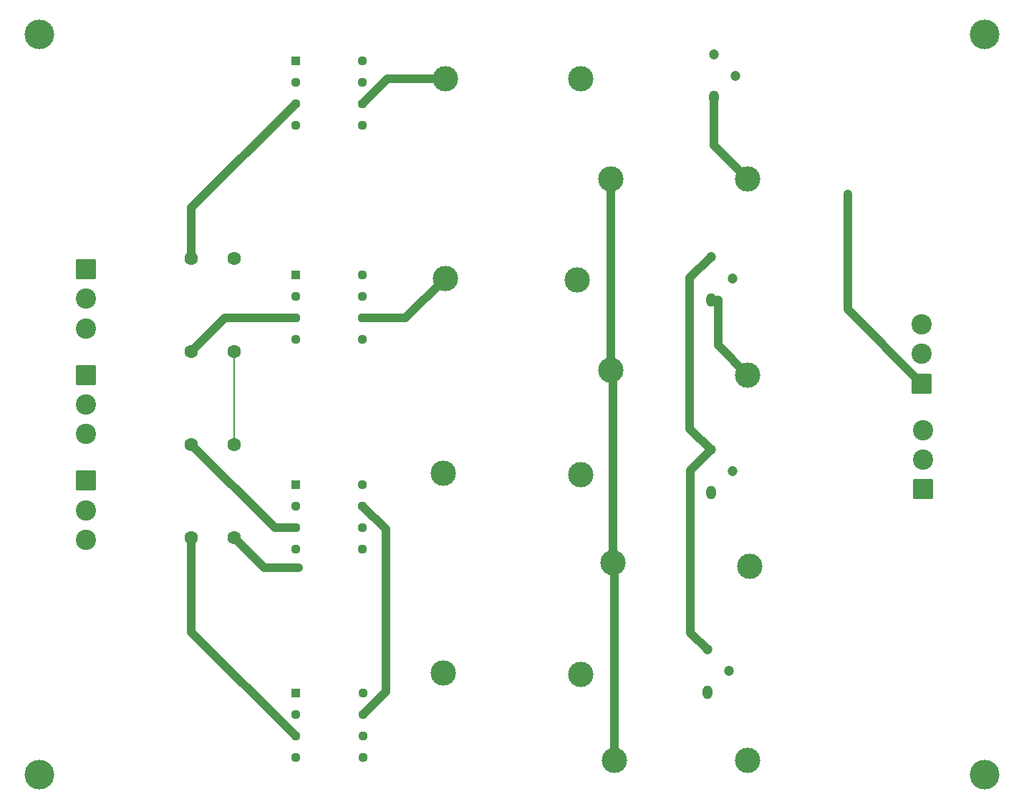
<source format=gbr>
%TF.GenerationSoftware,KiCad,Pcbnew,9.0.4-9.0.4-0~ubuntu24.04.1*%
%TF.CreationDate,2025-09-30T20:14:07-06:00*%
%TF.ProjectId,Interfaz_analogica,496e7465-7266-4617-9a5f-616e616c6f67,rev?*%
%TF.SameCoordinates,Original*%
%TF.FileFunction,Copper,L2,Bot*%
%TF.FilePolarity,Positive*%
%FSLAX46Y46*%
G04 Gerber Fmt 4.6, Leading zero omitted, Abs format (unit mm)*
G04 Created by KiCad (PCBNEW 9.0.4-9.0.4-0~ubuntu24.04.1) date 2025-09-30 20:14:07*
%MOMM*%
%LPD*%
G01*
G04 APERTURE LIST*
G04 Aperture macros list*
%AMRoundRect*
0 Rectangle with rounded corners*
0 $1 Rounding radius*
0 $2 $3 $4 $5 $6 $7 $8 $9 X,Y pos of 4 corners*
0 Add a 4 corners polygon primitive as box body*
4,1,4,$2,$3,$4,$5,$6,$7,$8,$9,$2,$3,0*
0 Add four circle primitives for the rounded corners*
1,1,$1+$1,$2,$3*
1,1,$1+$1,$4,$5*
1,1,$1+$1,$6,$7*
1,1,$1+$1,$8,$9*
0 Add four rect primitives between the rounded corners*
20,1,$1+$1,$2,$3,$4,$5,0*
20,1,$1+$1,$4,$5,$6,$7,0*
20,1,$1+$1,$6,$7,$8,$9,0*
20,1,$1+$1,$8,$9,$2,$3,0*%
G04 Aperture macros list end*
%TA.AperFunction,ComponentPad*%
%ADD10RoundRect,0.250001X0.949999X-0.949999X0.949999X0.949999X-0.949999X0.949999X-0.949999X-0.949999X0*%
%TD*%
%TA.AperFunction,ComponentPad*%
%ADD11C,2.400000*%
%TD*%
%TA.AperFunction,ComponentPad*%
%ADD12C,1.600000*%
%TD*%
%TA.AperFunction,ComponentPad*%
%ADD13C,3.000000*%
%TD*%
%TA.AperFunction,ComponentPad*%
%ADD14O,1.200000X1.600000*%
%TD*%
%TA.AperFunction,ComponentPad*%
%ADD15C,1.200000*%
%TD*%
%TA.AperFunction,ComponentPad*%
%ADD16R,1.130000X1.130000*%
%TD*%
%TA.AperFunction,ComponentPad*%
%ADD17C,1.130000*%
%TD*%
%TA.AperFunction,ComponentPad*%
%ADD18C,3.500000*%
%TD*%
%TA.AperFunction,ComponentPad*%
%ADD19RoundRect,0.250001X-0.949999X0.949999X-0.949999X-0.949999X0.949999X-0.949999X0.949999X0.949999X0*%
%TD*%
%TA.AperFunction,ViaPad*%
%ADD20C,0.600000*%
%TD*%
%TA.AperFunction,Conductor*%
%ADD21C,1.000000*%
%TD*%
%TA.AperFunction,Conductor*%
%ADD22C,0.200000*%
%TD*%
G04 APERTURE END LIST*
D10*
%TO.P,J9_1,1,Pin_1*%
%TO.N,Net-(J5-2-Pin_1)*%
X86332500Y-47500000D03*
D11*
%TO.P,J9_1,2,Pin_2*%
%TO.N,GNDREF*%
X86332500Y-44000000D03*
%TO.P,J9_1,3,Pin_3*%
%TO.N,Net-(J9_1-Pin_3)*%
X86332500Y-40500000D03*
%TD*%
D12*
%TO.P,C3,1*%
%TO.N,Net-(J0_2-Pin_3)*%
X12000Y-54712000D03*
%TO.P,C3,2*%
%TO.N,GNDREF*%
X5012000Y-54712000D03*
%TD*%
D13*
%TO.P,J5-1,1,Pin_1*%
%TO.N,GNDREF*%
X49600000Y-23300000D03*
%TD*%
D14*
%TO.P,Q1,1,E*%
%TO.N,Net-(J5-2-Pin_1)*%
X61800000Y-13640000D03*
D15*
%TO.P,Q1,2,B*%
%TO.N,Net-(J1-2-Pin_1)*%
X64340000Y-11100000D03*
%TO.P,Q1,3,C*%
%TO.N,Net-(J9_1-Pin_3)*%
X61800000Y-8560000D03*
%TD*%
D16*
%TO.P,U3,1,NULL*%
%TO.N,unconnected-(U3-NULL-Pad1)*%
X12300000Y-59460000D03*
D17*
%TO.P,U3,2,-*%
%TO.N,Net-(J3-1-Pin_1)*%
X12300000Y-62000000D03*
%TO.P,U3,3,+*%
%TO.N,Net-(J0_2-Pin_3)*%
X12300000Y-64540000D03*
%TO.P,U3,4,V-*%
%TO.N,Net-(J0_1-Pin_2)*%
X12300000Y-67080000D03*
%TO.P,U3,5,NULL*%
%TO.N,unconnected-(U3-NULL-Pad5)*%
X20240000Y-67080000D03*
%TO.P,U3,6*%
%TO.N,Net-(J3-1-Pin_1)*%
X20240000Y-64540000D03*
%TO.P,U3,7,V+*%
%TO.N,Net-(J0_1-Pin_1)*%
X20240000Y-62000000D03*
%TO.P,U3,8,NC*%
%TO.N,unconnected-(U3-NC-Pad8)*%
X20240000Y-59460000D03*
%TD*%
D18*
%TO.P,H4,4*%
%TO.N,N/C*%
X-18000000Y-93800000D03*
%TD*%
D13*
%TO.P,J7-2,1,Pin_1*%
%TO.N,Net-(J7-2-Pin_1)*%
X66000000Y-69100000D03*
%TD*%
%TO.P,J2-2,1,Pin_1*%
%TO.N,Net-(J2-2-Pin_1)*%
X45600000Y-35300000D03*
%TD*%
%TO.P,J5-2,1,Pin_1*%
%TO.N,Net-(J5-2-Pin_1)*%
X65800000Y-23300000D03*
%TD*%
D16*
%TO.P,U4,1,NULL*%
%TO.N,unconnected-(U4-NULL-Pad1)*%
X12330000Y-84150000D03*
D17*
%TO.P,U4,2,-*%
%TO.N,Net-(J4-1-Pin_1)*%
X12330000Y-86690000D03*
%TO.P,U4,3,+*%
%TO.N,Net-(J0_3-Pin_1)*%
X12330000Y-89230000D03*
%TO.P,U4,4,V-*%
%TO.N,Net-(J0_1-Pin_2)*%
X12330000Y-91770000D03*
%TO.P,U4,5,NULL*%
%TO.N,unconnected-(U4-NULL-Pad5)*%
X20270000Y-91770000D03*
%TO.P,U4,6*%
%TO.N,Net-(J4-1-Pin_1)*%
X20270000Y-89230000D03*
%TO.P,U4,7,V+*%
%TO.N,Net-(J0_1-Pin_1)*%
X20270000Y-86690000D03*
%TO.P,U4,8,NC*%
%TO.N,unconnected-(U4-NC-Pad8)*%
X20270000Y-84150000D03*
%TD*%
D10*
%TO.P,J9_2,1,Pin_1*%
%TO.N,Net-(J8-2-Pin_1)*%
X86500000Y-60000000D03*
D11*
%TO.P,J9_2,2,Pin_2*%
%TO.N,Net-(J7-2-Pin_1)*%
X86500000Y-56500000D03*
%TO.P,J9_2,3,Pin_3*%
%TO.N,Net-(J6-2-Pin_1)*%
X86500000Y-53000000D03*
%TD*%
D14*
%TO.P,Q3,1,E*%
%TO.N,Net-(J7-2-Pin_1)*%
X61400000Y-60440000D03*
D15*
%TO.P,Q3,2,B*%
%TO.N,Net-(J3-2-Pin_1)*%
X63940000Y-57900000D03*
%TO.P,Q3,3,C*%
%TO.N,Net-(J9_1-Pin_3)*%
X61400000Y-55360000D03*
%TD*%
D13*
%TO.P,J7-1,1,Pin_1*%
%TO.N,GNDREF*%
X49800000Y-68700000D03*
%TD*%
%TO.P,J1-1,1,Pin_1*%
%TO.N,Net-(J1-1-Pin_1)*%
X30000000Y-11500000D03*
%TD*%
%TO.P,J6-2,1,Pin_1*%
%TO.N,Net-(J6-2-Pin_1)*%
X65800000Y-46500000D03*
%TD*%
D12*
%TO.P,C2,1*%
%TO.N,Net-(J0_2-Pin_2)*%
X12000Y-43712000D03*
%TO.P,C2,2*%
%TO.N,GNDREF*%
X5012000Y-43712000D03*
%TD*%
D13*
%TO.P,J3-2,1,Pin_1*%
%TO.N,Net-(J3-2-Pin_1)*%
X46000000Y-58300000D03*
%TD*%
%TO.P,J4-2,1,Pin_1*%
%TO.N,Net-(J4-2-Pin_1)*%
X46000000Y-81900000D03*
%TD*%
%TO.P,J8-2,1,Pin_1*%
%TO.N,Net-(J8-2-Pin_1)*%
X65800000Y-92100000D03*
%TD*%
D12*
%TO.P,C4,1*%
%TO.N,Net-(J0_3-Pin_1)*%
X12000Y-65712000D03*
%TO.P,C4,2*%
%TO.N,GNDREF*%
X5012000Y-65712000D03*
%TD*%
D18*
%TO.P,H3,3*%
%TO.N,N/C*%
X93800000Y-93800000D03*
%TD*%
D13*
%TO.P,J3-1,1,Pin_1*%
%TO.N,Net-(J3-1-Pin_1)*%
X29800000Y-58100000D03*
%TD*%
D16*
%TO.P,U2,1,NULL*%
%TO.N,unconnected-(U2-NULL-Pad1)*%
X12301900Y-34690000D03*
D17*
%TO.P,U2,2,-*%
%TO.N,Net-(J2-1-Pin_1)*%
X12301900Y-37230000D03*
%TO.P,U2,3,+*%
%TO.N,Net-(J0_2-Pin_2)*%
X12301900Y-39770000D03*
%TO.P,U2,4,V-*%
%TO.N,Net-(J0_1-Pin_2)*%
X12301900Y-42310000D03*
%TO.P,U2,5,NULL*%
%TO.N,unconnected-(U2-NULL-Pad5)*%
X20241900Y-42310000D03*
%TO.P,U2,6*%
%TO.N,Net-(J2-1-Pin_1)*%
X20241900Y-39770000D03*
%TO.P,U2,7,V+*%
%TO.N,Net-(J0_1-Pin_1)*%
X20241900Y-37230000D03*
%TO.P,U2,8,NC*%
%TO.N,unconnected-(U2-NC-Pad8)*%
X20241900Y-34690000D03*
%TD*%
D13*
%TO.P,J8-1,1,Pin_1*%
%TO.N,GNDREF*%
X50000000Y-92100000D03*
%TD*%
D18*
%TO.P,H1,1*%
%TO.N,N/C*%
X-18000000Y-6212000D03*
%TD*%
D12*
%TO.P,C1,1*%
%TO.N,Net-(J0_2-Pin_1)*%
X12000Y-32712000D03*
%TO.P,C1,2*%
%TO.N,GNDREF*%
X5012000Y-32712000D03*
%TD*%
D14*
%TO.P,Q2,1,E*%
%TO.N,Net-(J6-2-Pin_1)*%
X61400000Y-37640000D03*
D15*
%TO.P,Q2,2,B*%
%TO.N,Net-(J2-2-Pin_1)*%
X63940000Y-35100000D03*
%TO.P,Q2,3,C*%
%TO.N,Net-(J9_1-Pin_3)*%
X61400000Y-32560000D03*
%TD*%
D14*
%TO.P,Q4,1,E*%
%TO.N,Net-(J8-2-Pin_1)*%
X61000000Y-84040000D03*
D15*
%TO.P,Q4,2,B*%
%TO.N,Net-(J4-2-Pin_1)*%
X63540000Y-81500000D03*
%TO.P,Q4,3,C*%
%TO.N,Net-(J9_1-Pin_3)*%
X61000000Y-78960000D03*
%TD*%
D13*
%TO.P,J4-1,1,Pin_1*%
%TO.N,Net-(J4-1-Pin_1)*%
X29800000Y-81700000D03*
%TD*%
D19*
%TO.P,J0_3,1,Pin_1*%
%TO.N,Net-(J0_3-Pin_1)*%
X-12500000Y-59000000D03*
D11*
%TO.P,J0_3,2,Pin_2*%
%TO.N,unconnected-(J0_3-Pin_2-Pad2)*%
X-12500000Y-62500000D03*
%TO.P,J0_3,3,Pin_3*%
%TO.N,unconnected-(J0_3-Pin_3-Pad3)*%
X-12500000Y-66000000D03*
%TD*%
D18*
%TO.P,H2,2*%
%TO.N,N/C*%
X93800000Y-6200000D03*
%TD*%
D13*
%TO.P,J2-1,1,Pin_1*%
%TO.N,Net-(J2-1-Pin_1)*%
X30000000Y-35100000D03*
%TD*%
D16*
%TO.P,U1,1,NULL*%
%TO.N,unconnected-(U1-NULL-Pad1)*%
X12300000Y-9360000D03*
D17*
%TO.P,U1,2,-*%
%TO.N,Net-(J1-1-Pin_1)*%
X12300000Y-11900000D03*
%TO.P,U1,3,+*%
%TO.N,Net-(J0_2-Pin_1)*%
X12300000Y-14440000D03*
%TO.P,U1,4,V-*%
%TO.N,Net-(J0_1-Pin_2)*%
X12300000Y-16980000D03*
%TO.P,U1,5,NULL*%
%TO.N,unconnected-(U1-NULL-Pad5)*%
X20240000Y-16980000D03*
%TO.P,U1,6*%
%TO.N,Net-(J1-1-Pin_1)*%
X20240000Y-14440000D03*
%TO.P,U1,7,V+*%
%TO.N,Net-(J0_1-Pin_1)*%
X20240000Y-11900000D03*
%TO.P,U1,8,NC*%
%TO.N,unconnected-(U1-NC-Pad8)*%
X20240000Y-9360000D03*
%TD*%
D19*
%TO.P,J0_1,1,Pin_1*%
%TO.N,Net-(J0_1-Pin_1)*%
X-12500000Y-34000000D03*
D11*
%TO.P,J0_1,2,Pin_2*%
%TO.N,Net-(J0_1-Pin_2)*%
X-12500000Y-37500000D03*
%TO.P,J0_1,3,Pin_3*%
%TO.N,GNDREF*%
X-12500000Y-41000000D03*
%TD*%
D13*
%TO.P,J6-1,1,Pin_1*%
%TO.N,GNDREF*%
X49600000Y-45900000D03*
%TD*%
%TO.P,J1-2,1,Pin_1*%
%TO.N,Net-(J1-2-Pin_1)*%
X46000000Y-11500000D03*
%TD*%
D19*
%TO.P,J0_2,1,Pin_1*%
%TO.N,Net-(J0_2-Pin_1)*%
X-12500000Y-46500000D03*
D11*
%TO.P,J0_2,2,Pin_2*%
%TO.N,Net-(J0_2-Pin_2)*%
X-12500000Y-50000000D03*
%TO.P,J0_2,3,Pin_3*%
%TO.N,Net-(J0_2-Pin_3)*%
X-12500000Y-53500000D03*
%TD*%
D20*
%TO.N,Net-(J5-2-Pin_1)*%
X77579600Y-25113800D03*
%TO.N,GNDREF*%
X12663600Y-69277300D03*
%TD*%
D21*
%TO.N,Net-(J9_1-Pin_3)*%
X59000000Y-57760000D02*
X61400000Y-55360000D01*
X59000000Y-76960000D02*
X59000000Y-57760000D01*
X61000000Y-78960000D02*
X59000000Y-76960000D01*
X58926700Y-52886700D02*
X61400000Y-55360000D01*
X58926700Y-35033300D02*
X58926700Y-52886700D01*
X61400000Y-32560000D02*
X58926700Y-35033300D01*
%TO.N,Net-(J0_1-Pin_1)*%
X23000000Y-64760000D02*
X20240000Y-62000000D01*
X23000000Y-83960000D02*
X23000000Y-64760000D01*
X20270000Y-86690000D02*
X23000000Y-83960000D01*
%TO.N,Net-(J0_3-Pin_1)*%
X12000Y-76912000D02*
X12330000Y-89230000D01*
X12000Y-65712000D02*
X12000Y-76912000D01*
%TO.N,Net-(J0_2-Pin_3)*%
X9840000Y-64540000D02*
X12000Y-54712000D01*
X12300000Y-64540000D02*
X9840000Y-64540000D01*
%TO.N,Net-(J0_2-Pin_2)*%
X3954000Y-39770000D02*
X12000Y-43712000D01*
X12301900Y-39770000D02*
X3954000Y-39770000D01*
%TO.N,Net-(J0_2-Pin_1)*%
X12000Y-26728000D02*
X12300000Y-14440000D01*
X12000Y-32712000D02*
X12000Y-26728000D01*
%TO.N,Net-(J6-2-Pin_1)*%
X62301700Y-43001700D02*
X65800000Y-46500000D01*
X62301700Y-37640000D02*
X62301700Y-43001700D01*
X61400000Y-37640000D02*
X62301700Y-37640000D01*
%TO.N,Net-(J5-2-Pin_1)*%
X77579600Y-38747100D02*
X77579600Y-25113800D01*
X86332500Y-47500000D02*
X77579600Y-38747100D01*
X61800000Y-19300000D02*
X61800000Y-13640000D01*
X65800000Y-23300000D02*
X61800000Y-19300000D01*
%TO.N,Net-(J2-1-Pin_1)*%
X25330000Y-39770000D02*
X30000000Y-35100000D01*
X20241900Y-39770000D02*
X25330000Y-39770000D01*
%TO.N,Net-(J1-1-Pin_1)*%
X23180000Y-11500000D02*
X20240000Y-14440000D01*
X30000000Y-11500000D02*
X23180000Y-11500000D01*
%TO.N,GNDREF*%
X8577300Y-69277300D02*
X12663600Y-69277300D01*
X5012000Y-65712000D02*
X8577300Y-69277300D01*
D22*
X50000000Y-68900000D02*
X49800000Y-68700000D01*
D21*
X50000000Y-92100000D02*
X50000000Y-68900000D01*
D22*
X49800000Y-46100000D02*
X49600000Y-45900000D01*
D21*
X49800000Y-68700000D02*
X49800000Y-46100000D01*
X49600000Y-23300000D02*
X49600000Y-45900000D01*
D22*
X12663600Y-69277300D02*
X12029300Y-69277300D01*
X12029300Y-69277300D02*
X12663600Y-69277300D01*
X5012000Y-54712000D02*
X5012000Y-43712000D01*
%TD*%
M02*

</source>
